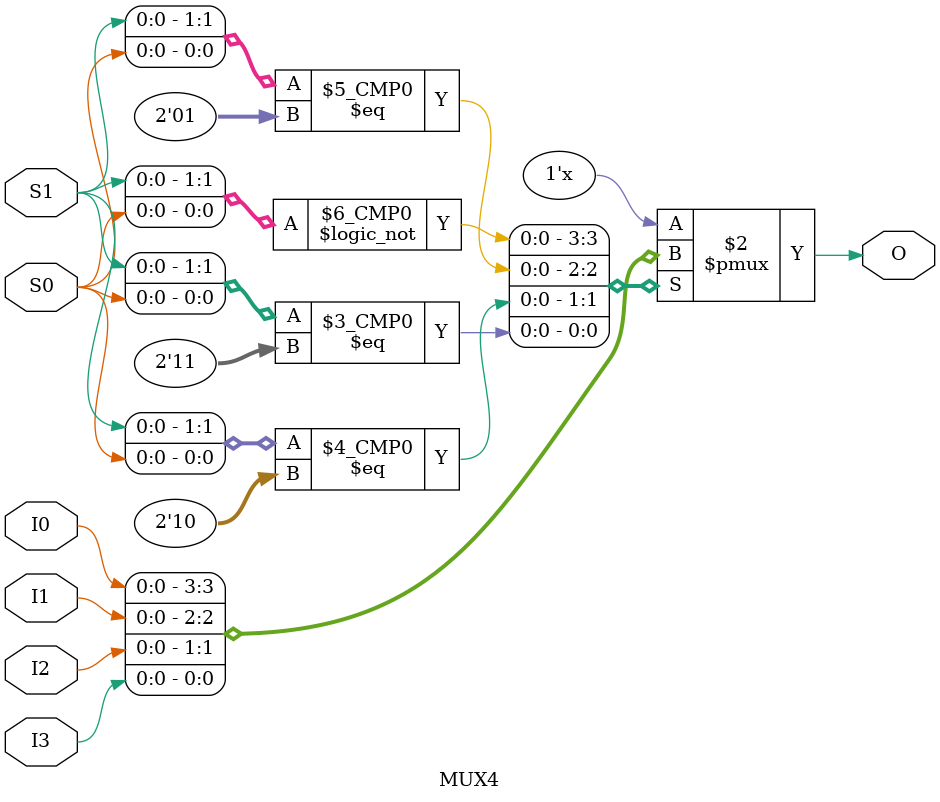
<source format=v>
`ifdef verilator3
`else
`timescale 1 ps / 1 ps
`endif

module MUX4
(
    input      I0, I1, I2, I3,
    input      S0, S1,
    output reg O
);

    always @ (*) begin
        case ({S1, S0})
            2'b00 : O = I0;
            2'b01 : O = I1;
            2'b10 : O = I2;
            2'b11 : O = I3;
        endcase
    end

endmodule

</source>
